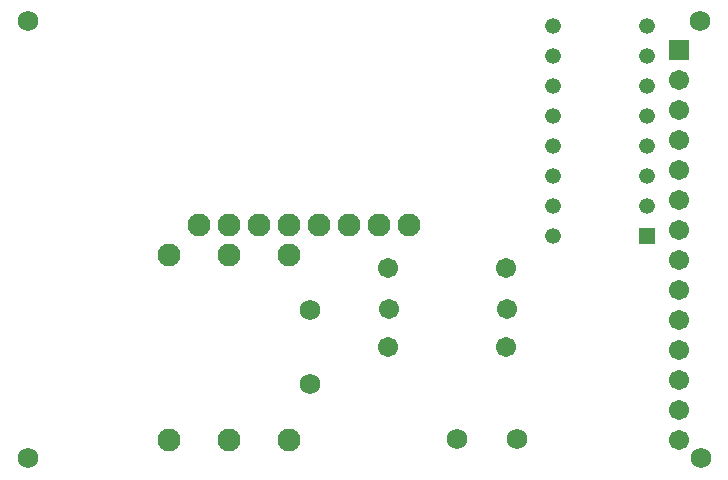
<source format=gts>
G04*
G04 #@! TF.GenerationSoftware,Altium Limited,Altium Designer,20.2.6 (244)*
G04*
G04 Layer_Color=8388736*
%FSLAX43Y43*%
%MOMM*%
G71*
G04*
G04 #@! TF.SameCoordinates,70A9E041-225B-441C-BFEB-4F53169E124C*
G04*
G04*
G04 #@! TF.FilePolarity,Negative*
G04*
G01*
G75*
%ADD13R,1.333X1.333*%
%ADD14C,1.333*%
%ADD15C,1.953*%
%ADD16C,1.727*%
%ADD17C,1.703*%
%ADD18C,1.953*%
%ADD19R,1.703X1.703*%
D13*
X53939Y20364D02*
D03*
D14*
Y22904D02*
D03*
Y25444D02*
D03*
Y27984D02*
D03*
Y30524D02*
D03*
Y33064D02*
D03*
Y35604D02*
D03*
Y38144D02*
D03*
X45999D02*
D03*
Y35604D02*
D03*
Y33064D02*
D03*
Y30524D02*
D03*
Y27984D02*
D03*
Y25444D02*
D03*
Y22904D02*
D03*
Y20364D02*
D03*
D15*
X13462Y3048D02*
D03*
X18542D02*
D03*
X23622D02*
D03*
X13462Y18748D02*
D03*
X18542D02*
D03*
X23622D02*
D03*
D16*
X25476Y7801D02*
D03*
Y14024D02*
D03*
X37846Y3099D02*
D03*
X42926D02*
D03*
X1524Y38506D02*
D03*
X1549Y1499D02*
D03*
X58522D02*
D03*
X58496Y38506D02*
D03*
D17*
X32062Y17580D02*
D03*
X42062D02*
D03*
X32062Y10950D02*
D03*
X42062D02*
D03*
X42146Y14176D02*
D03*
X32146D02*
D03*
X56642Y3048D02*
D03*
Y5588D02*
D03*
Y8128D02*
D03*
Y10668D02*
D03*
Y13208D02*
D03*
Y15748D02*
D03*
Y18288D02*
D03*
Y20828D02*
D03*
Y23368D02*
D03*
Y25908D02*
D03*
Y28448D02*
D03*
Y30988D02*
D03*
Y33528D02*
D03*
D18*
X16027Y21288D02*
D03*
X18567D02*
D03*
X21107D02*
D03*
X33807D02*
D03*
X31267D02*
D03*
X28727D02*
D03*
X26187D02*
D03*
X23647D02*
D03*
D19*
X56642Y36068D02*
D03*
M02*

</source>
